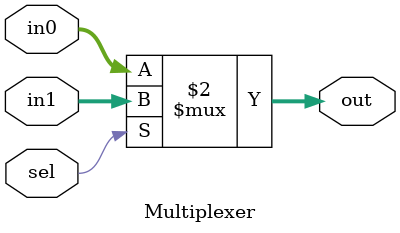
<source format=v>

module Multiplexer (
	output [31:0] out,
	input [31:0] in0, in1,
	input sel
	);
  
	assign out = (sel == 0) ? in0 : in1;
endmodule // Multiplexer
</source>
